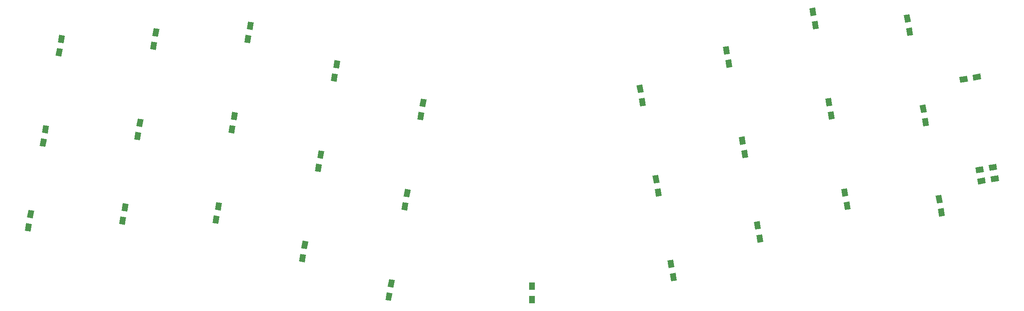
<source format=gbr>
G04 #@! TF.GenerationSoftware,KiCad,Pcbnew,(5.1.4)-1*
G04 #@! TF.CreationDate,2021-01-04T11:43:55-07:00*
G04 #@! TF.ProjectId,CS30 Ergo,43533330-2045-4726-976f-2e6b69636164,rev?*
G04 #@! TF.SameCoordinates,Original*
G04 #@! TF.FileFunction,Paste,Bot*
G04 #@! TF.FilePolarity,Positive*
%FSLAX46Y46*%
G04 Gerber Fmt 4.6, Leading zero omitted, Abs format (unit mm)*
G04 Created by KiCad (PCBNEW (5.1.4)-1) date 2021-01-04 11:43:55*
%MOMM*%
%LPD*%
G04 APERTURE LIST*
%ADD10C,1.200000*%
%ADD11C,0.150000*%
%ADD12R,1.200000X1.600000*%
G04 APERTURE END LIST*
D10*
X244468059Y-93421222D03*
D11*
G36*
X243784402Y-94151025D02*
G01*
X243576024Y-92969256D01*
X245151716Y-92691419D01*
X245360094Y-93873188D01*
X243784402Y-94151025D01*
X243784402Y-94151025D01*
G37*
D10*
X247225521Y-92935008D03*
D11*
G36*
X246541864Y-93664811D02*
G01*
X246333486Y-92483042D01*
X247909178Y-92205205D01*
X248117556Y-93386974D01*
X246541864Y-93664811D01*
X246541864Y-93664811D01*
G37*
D10*
X194841715Y-85033122D03*
D11*
G36*
X194111912Y-84349465D02*
G01*
X195293681Y-84141087D01*
X195571518Y-85716779D01*
X194389749Y-85925157D01*
X194111912Y-84349465D01*
X194111912Y-84349465D01*
G37*
D10*
X195327929Y-87790584D03*
D11*
G36*
X194598126Y-87106927D02*
G01*
X195779895Y-86898549D01*
X196057732Y-88474241D01*
X194875963Y-88682619D01*
X194598126Y-87106927D01*
X194598126Y-87106927D01*
G37*
D10*
X180009313Y-110619425D03*
D11*
G36*
X179279510Y-109935768D02*
G01*
X180461279Y-109727390D01*
X180739116Y-111303082D01*
X179557347Y-111511460D01*
X179279510Y-109935768D01*
X179279510Y-109935768D01*
G37*
D10*
X180495527Y-113376887D03*
D11*
G36*
X179765724Y-112693230D02*
G01*
X180947493Y-112484852D01*
X181225330Y-114060544D01*
X180043561Y-114268922D01*
X179765724Y-112693230D01*
X179765724Y-112693230D01*
G37*
D10*
X232363048Y-78417099D03*
D11*
G36*
X231633245Y-77733442D02*
G01*
X232815014Y-77525064D01*
X233092851Y-79100756D01*
X231911082Y-79309134D01*
X231633245Y-77733442D01*
X231633245Y-77733442D01*
G37*
D10*
X232849262Y-81174561D03*
D11*
G36*
X232119459Y-80490904D02*
G01*
X233301228Y-80282526D01*
X233579065Y-81858218D01*
X232397296Y-82066596D01*
X232119459Y-80490904D01*
X232119459Y-80490904D01*
G37*
D10*
X216083391Y-95795610D03*
D11*
G36*
X215353588Y-95111953D02*
G01*
X216535357Y-94903575D01*
X216813194Y-96479267D01*
X215631425Y-96687645D01*
X215353588Y-95111953D01*
X215353588Y-95111953D01*
G37*
D10*
X216569605Y-98553072D03*
D11*
G36*
X215839802Y-97869415D02*
G01*
X217021571Y-97661037D01*
X217299408Y-99236729D01*
X216117639Y-99445107D01*
X215839802Y-97869415D01*
X215839802Y-97869415D01*
G37*
D10*
X244054557Y-91076138D03*
D11*
G36*
X243370900Y-91805941D02*
G01*
X243162522Y-90624172D01*
X244738214Y-90346335D01*
X244946592Y-91528104D01*
X243370900Y-91805941D01*
X243370900Y-91805941D01*
G37*
D10*
X246812019Y-90589924D03*
D11*
G36*
X246128362Y-91319727D02*
G01*
X245919984Y-90137958D01*
X247495676Y-89860121D01*
X247704054Y-91041890D01*
X246128362Y-91319727D01*
X246128362Y-91319727D01*
G37*
D10*
X212775379Y-77034944D03*
D11*
G36*
X212045576Y-76351287D02*
G01*
X213227345Y-76142909D01*
X213505182Y-77718601D01*
X212323413Y-77926979D01*
X212045576Y-76351287D01*
X212045576Y-76351287D01*
G37*
D10*
X213261593Y-79792406D03*
D11*
G36*
X212531790Y-79108749D02*
G01*
X213713559Y-78900371D01*
X213991396Y-80476063D01*
X212809627Y-80684441D01*
X212531790Y-79108749D01*
X212531790Y-79108749D01*
G37*
D10*
X235671060Y-97177765D03*
D11*
G36*
X234941257Y-96494108D02*
G01*
X236123026Y-96285730D01*
X236400863Y-97861422D01*
X235219094Y-98069800D01*
X234941257Y-96494108D01*
X234941257Y-96494108D01*
G37*
D10*
X236157274Y-99935227D03*
D11*
G36*
X235427471Y-99251570D02*
G01*
X236609240Y-99043192D01*
X236887077Y-100618884D01*
X235705308Y-100827262D01*
X235427471Y-99251570D01*
X235427471Y-99251570D01*
G37*
D10*
X197942976Y-102621247D03*
D11*
G36*
X197213173Y-101937590D02*
G01*
X198394942Y-101729212D01*
X198672779Y-103304904D01*
X197491010Y-103513282D01*
X197213173Y-101937590D01*
X197213173Y-101937590D01*
G37*
D10*
X198429190Y-105378709D03*
D11*
G36*
X197699387Y-104695052D02*
G01*
X198881156Y-104486674D01*
X199158993Y-106062366D01*
X197977224Y-106270744D01*
X197699387Y-104695052D01*
X197699387Y-104695052D01*
G37*
D10*
X191533704Y-66272456D03*
D11*
G36*
X190803901Y-65588799D02*
G01*
X191985670Y-65380421D01*
X192263507Y-66956113D01*
X191081738Y-67164491D01*
X190803901Y-65588799D01*
X190803901Y-65588799D01*
G37*
D10*
X192019918Y-69029918D03*
D11*
G36*
X191290115Y-68346261D02*
G01*
X192471884Y-68137883D01*
X192749721Y-69713575D01*
X191567952Y-69921953D01*
X191290115Y-68346261D01*
X191290115Y-68346261D01*
G37*
D10*
X173600040Y-74270634D03*
D11*
G36*
X172870237Y-73586977D02*
G01*
X174052006Y-73378599D01*
X174329843Y-74954291D01*
X173148074Y-75162669D01*
X172870237Y-73586977D01*
X172870237Y-73586977D01*
G37*
D10*
X174086254Y-77028096D03*
D11*
G36*
X173356451Y-76344439D02*
G01*
X174538220Y-76136061D01*
X174816057Y-77711753D01*
X173634288Y-77920131D01*
X173356451Y-76344439D01*
X173356451Y-76344439D01*
G37*
D10*
X176908052Y-93031300D03*
D11*
G36*
X176178249Y-92347643D02*
G01*
X177360018Y-92139265D01*
X177637855Y-93714957D01*
X176456086Y-93923335D01*
X176178249Y-92347643D01*
X176178249Y-92347643D01*
G37*
D10*
X177394266Y-95788762D03*
D11*
G36*
X176664463Y-95105105D02*
G01*
X177846232Y-94896727D01*
X178124069Y-96472419D01*
X176942300Y-96680797D01*
X176664463Y-95105105D01*
X176664463Y-95105105D01*
G37*
D10*
X229055037Y-59656432D03*
D11*
G36*
X228325234Y-58972775D02*
G01*
X229507003Y-58764397D01*
X229784840Y-60340089D01*
X228603071Y-60548467D01*
X228325234Y-58972775D01*
X228325234Y-58972775D01*
G37*
D10*
X229541251Y-62413894D03*
D11*
G36*
X228811448Y-61730237D02*
G01*
X229993217Y-61521859D01*
X230271054Y-63097551D01*
X229089285Y-63305929D01*
X228811448Y-61730237D01*
X228811448Y-61730237D01*
G37*
D10*
X240746546Y-72315472D03*
D11*
G36*
X240062889Y-73045275D02*
G01*
X239854511Y-71863506D01*
X241430203Y-71585669D01*
X241638581Y-72767438D01*
X240062889Y-73045275D01*
X240062889Y-73045275D01*
G37*
D10*
X243504008Y-71829258D03*
D11*
G36*
X242820351Y-72559061D02*
G01*
X242611973Y-71377292D01*
X244187665Y-71099455D01*
X244396043Y-72281224D01*
X242820351Y-72559061D01*
X242820351Y-72559061D01*
G37*
D10*
X209467367Y-58274277D03*
D11*
G36*
X208737564Y-57590620D02*
G01*
X209919333Y-57382242D01*
X210197170Y-58957934D01*
X209015401Y-59166312D01*
X208737564Y-57590620D01*
X208737564Y-57590620D01*
G37*
D10*
X209953581Y-61031739D03*
D11*
G36*
X209223778Y-60348082D02*
G01*
X210405547Y-60139704D01*
X210683384Y-61715396D01*
X209501615Y-61923774D01*
X209223778Y-60348082D01*
X209223778Y-60348082D01*
G37*
D12*
X151210010Y-118081740D03*
X151210010Y-115281740D03*
D10*
X121464507Y-117443939D03*
D11*
G36*
X121012541Y-116551904D02*
G01*
X122194310Y-116760282D01*
X121916473Y-118335974D01*
X120734704Y-118127596D01*
X121012541Y-116551904D01*
X121012541Y-116551904D01*
G37*
D10*
X121950721Y-114686477D03*
D11*
G36*
X121498755Y-113794442D02*
G01*
X122680524Y-114002820D01*
X122402687Y-115578512D01*
X121220918Y-115370134D01*
X121498755Y-113794442D01*
X121498755Y-113794442D01*
G37*
D10*
X103530842Y-109445761D03*
D11*
G36*
X103078876Y-108553726D02*
G01*
X104260645Y-108762104D01*
X103982808Y-110337796D01*
X102801039Y-110129418D01*
X103078876Y-108553726D01*
X103078876Y-108553726D01*
G37*
D10*
X104017056Y-106688299D03*
D11*
G36*
X103565090Y-105796264D02*
G01*
X104746859Y-106004642D01*
X104469022Y-107580334D01*
X103287253Y-107371956D01*
X103565090Y-105796264D01*
X103565090Y-105796264D01*
G37*
D10*
X85597178Y-101447583D03*
D11*
G36*
X85145212Y-100555548D02*
G01*
X86326981Y-100763926D01*
X86049144Y-102339618D01*
X84867375Y-102131240D01*
X85145212Y-100555548D01*
X85145212Y-100555548D01*
G37*
D10*
X86083392Y-98690121D03*
D11*
G36*
X85631426Y-97798086D02*
G01*
X86813195Y-98006464D01*
X86535358Y-99582156D01*
X85353589Y-99373778D01*
X85631426Y-97798086D01*
X85631426Y-97798086D01*
G37*
D10*
X66216260Y-101657196D03*
D11*
G36*
X65764294Y-100765161D02*
G01*
X66946063Y-100973539D01*
X66668226Y-102549231D01*
X65486457Y-102340853D01*
X65764294Y-100765161D01*
X65764294Y-100765161D01*
G37*
D10*
X66702474Y-98899734D03*
D11*
G36*
X66250508Y-98007699D02*
G01*
X67432277Y-98216077D01*
X67154440Y-99791769D01*
X65972671Y-99583391D01*
X66250508Y-98007699D01*
X66250508Y-98007699D01*
G37*
D10*
X46628590Y-103039351D03*
D11*
G36*
X46176624Y-102147316D02*
G01*
X47358393Y-102355694D01*
X47080556Y-103931386D01*
X45898787Y-103723008D01*
X46176624Y-102147316D01*
X46176624Y-102147316D01*
G37*
D10*
X47114804Y-100281889D03*
D11*
G36*
X46662838Y-99389854D02*
G01*
X47844607Y-99598232D01*
X47566770Y-101173924D01*
X46385001Y-100965546D01*
X46662838Y-99389854D01*
X46662838Y-99389854D01*
G37*
D10*
X124772517Y-98683273D03*
D11*
G36*
X124320551Y-97791238D02*
G01*
X125502320Y-97999616D01*
X125224483Y-99575308D01*
X124042714Y-99366930D01*
X124320551Y-97791238D01*
X124320551Y-97791238D01*
G37*
D10*
X125258731Y-95925811D03*
D11*
G36*
X124806765Y-95033776D02*
G01*
X125988534Y-95242154D01*
X125710697Y-96817846D01*
X124528928Y-96609468D01*
X124806765Y-95033776D01*
X124806765Y-95033776D01*
G37*
D10*
X106838854Y-90685094D03*
D11*
G36*
X106386888Y-89793059D02*
G01*
X107568657Y-90001437D01*
X107290820Y-91577129D01*
X106109051Y-91368751D01*
X106386888Y-89793059D01*
X106386888Y-89793059D01*
G37*
D10*
X107325068Y-87927632D03*
D11*
G36*
X106873102Y-87035597D02*
G01*
X108054871Y-87243975D01*
X107777034Y-88819667D01*
X106595265Y-88611289D01*
X106873102Y-87035597D01*
X106873102Y-87035597D01*
G37*
D10*
X88905190Y-82686916D03*
D11*
G36*
X88453224Y-81794881D02*
G01*
X89634993Y-82003259D01*
X89357156Y-83578951D01*
X88175387Y-83370573D01*
X88453224Y-81794881D01*
X88453224Y-81794881D01*
G37*
D10*
X89391404Y-79929454D03*
D11*
G36*
X88939438Y-79037419D02*
G01*
X90121207Y-79245797D01*
X89843370Y-80821489D01*
X88661601Y-80613111D01*
X88939438Y-79037419D01*
X88939438Y-79037419D01*
G37*
D10*
X69317521Y-84069071D03*
D11*
G36*
X68865555Y-83177036D02*
G01*
X70047324Y-83385414D01*
X69769487Y-84961106D01*
X68587718Y-84752728D01*
X68865555Y-83177036D01*
X68865555Y-83177036D01*
G37*
D10*
X69803735Y-81311609D03*
D11*
G36*
X69351769Y-80419574D02*
G01*
X70533538Y-80627952D01*
X70255701Y-82203644D01*
X69073932Y-81995266D01*
X69351769Y-80419574D01*
X69351769Y-80419574D01*
G37*
D10*
X49729851Y-85451227D03*
D11*
G36*
X49277885Y-84559192D02*
G01*
X50459654Y-84767570D01*
X50181817Y-86343262D01*
X49000048Y-86134884D01*
X49277885Y-84559192D01*
X49277885Y-84559192D01*
G37*
D10*
X50216065Y-82693765D03*
D11*
G36*
X49764099Y-81801730D02*
G01*
X50945868Y-82010108D01*
X50668031Y-83585800D01*
X49486262Y-83377422D01*
X49764099Y-81801730D01*
X49764099Y-81801730D01*
G37*
D10*
X128080529Y-79922606D03*
D11*
G36*
X127628563Y-79030571D02*
G01*
X128810332Y-79238949D01*
X128532495Y-80814641D01*
X127350726Y-80606263D01*
X127628563Y-79030571D01*
X127628563Y-79030571D01*
G37*
D10*
X128566743Y-77165144D03*
D11*
G36*
X128114777Y-76273109D02*
G01*
X129296546Y-76481487D01*
X129018709Y-78057179D01*
X127836940Y-77848801D01*
X128114777Y-76273109D01*
X128114777Y-76273109D01*
G37*
D10*
X110146864Y-71924428D03*
D11*
G36*
X109694898Y-71032393D02*
G01*
X110876667Y-71240771D01*
X110598830Y-72816463D01*
X109417061Y-72608085D01*
X109694898Y-71032393D01*
X109694898Y-71032393D01*
G37*
D10*
X110633078Y-69166966D03*
D11*
G36*
X110181112Y-68274931D02*
G01*
X111362881Y-68483309D01*
X111085044Y-70059001D01*
X109903275Y-69850623D01*
X110181112Y-68274931D01*
X110181112Y-68274931D01*
G37*
D10*
X92213202Y-63926250D03*
D11*
G36*
X91761236Y-63034215D02*
G01*
X92943005Y-63242593D01*
X92665168Y-64818285D01*
X91483399Y-64609907D01*
X91761236Y-63034215D01*
X91761236Y-63034215D01*
G37*
D10*
X92699416Y-61168788D03*
D11*
G36*
X92247450Y-60276753D02*
G01*
X93429219Y-60485131D01*
X93151382Y-62060823D01*
X91969613Y-61852445D01*
X92247450Y-60276753D01*
X92247450Y-60276753D01*
G37*
D10*
X72625532Y-65308406D03*
D11*
G36*
X72173566Y-64416371D02*
G01*
X73355335Y-64624749D01*
X73077498Y-66200441D01*
X71895729Y-65992063D01*
X72173566Y-64416371D01*
X72173566Y-64416371D01*
G37*
D10*
X73111746Y-62550944D03*
D11*
G36*
X72659780Y-61658909D02*
G01*
X73841549Y-61867287D01*
X73563712Y-63442979D01*
X72381943Y-63234601D01*
X72659780Y-61658909D01*
X72659780Y-61658909D01*
G37*
D10*
X53037863Y-66690560D03*
D11*
G36*
X52585897Y-65798525D02*
G01*
X53767666Y-66006903D01*
X53489829Y-67582595D01*
X52308060Y-67374217D01*
X52585897Y-65798525D01*
X52585897Y-65798525D01*
G37*
D10*
X53524077Y-63933098D03*
D11*
G36*
X53072111Y-63041063D02*
G01*
X54253880Y-63249441D01*
X53976043Y-64825133D01*
X52794274Y-64616755D01*
X53072111Y-63041063D01*
X53072111Y-63041063D01*
G37*
M02*

</source>
